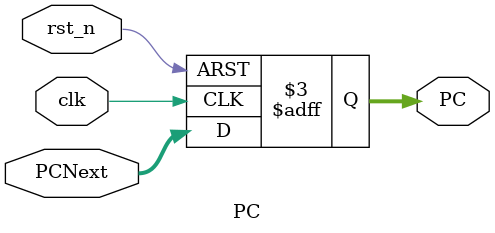
<source format=v>
`timescale 1ns/1ps

module PC #(
    parameter WIDTH = 32
)(
    input clk, rst_n,
    input [WIDTH - 1:0] PCNext,
    output reg [WIDTH - 1:0] PC
);
    always @(posedge clk or negedge rst_n) begin
        if(~rst_n) begin
            PC <= 32'd0;
        end 
        else begin
            PC <= PCNext;
        end 
    end
endmodule

</source>
